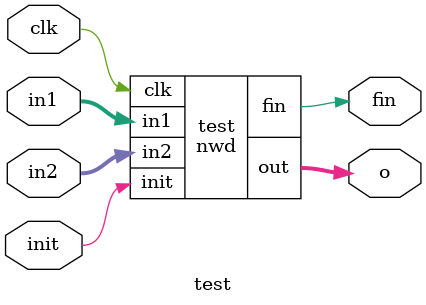
<source format=sv>
module nwd(
  output [15:0] out,
  output fin,
  input clk, init,
  input [15:0] in1,
  input [15:0] in2,
);
  logic cmp;
  logic [15:0] a, rejA;
  logic [15:0] b, rejB;
  logic [15:0] diff;
  
  assign fin = (a == b);
  assign cmp = (a > b);
  assign diff = ((cmp) ? a : b) - ((cmp) ? b : a); //jedna operacja odejmowania
  assign out = a;
  
  assign rejA = init ? in1 : ((cmp && !fin)  ? diff : a);
  assign rejB = init ? in2 : ((!cmp && !fin) ? diff : b);

  always_ff @(posedge clk)
	a <= rejA;   
  always_ff @(posedge clk)
    b <= rejB;   
endmodule

module test( 
  output [15:0] o,
  output fin,
  input clk, init,
  input [15:0] in1,
  input [15:0] in2,
);
  nwd test(o,fin,clk,init,in1,in2);
endmodule


</source>
